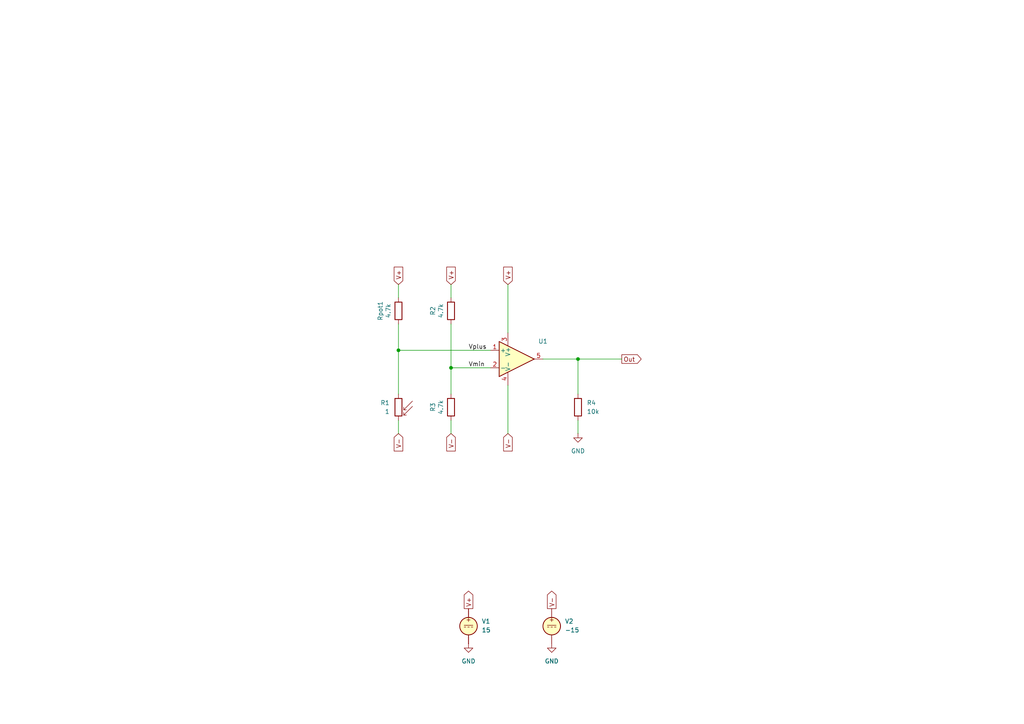
<source format=kicad_sch>
(kicad_sch (version 20250114) (generator "eeschema") (generator_version "9.0")
  (paper "A4")
  (title_block (title "OPamp, comparator") (date "2025-03-02") (company "GitHub/OJStuff"))
  (lib_symbols
    (symbol "Device:R" (pin_numbers (hide yes)) (pin_names (offset 0))
      (property "Reference" "R" (at 2.032 0 90))
      (property "Value" "R" (at 0 0 90))
      (symbol "R_0_1"
        (rectangle (start -1.016 -2.54) (end 1.016 2.54) (stroke (width 0.254)))
      )
      (symbol "R_1_1"
        (pin passive line (at 0 3.81 270) (length 1.27) (name "~") (number "1"))
        (pin passive line (at 0 -3.81 90) (length 1.27) (name "~") (number "2"))
      )
    )
    (symbol "OPAMP_1" (pin_names (offset 0.254))
      (property "Reference" "U" (at 3.81 3.175 0))
      (property "Value" "${SIM.PARAMS}" (at 3.81 -3.175 0))
      (symbol "OPAMP_1_0_1"
        (polyline (pts (xy 5.08 0) (xy -5.08 5.08) (xy -5.08 -5.08) (xy 5.08 0)) (stroke (width 0.254)) (fill (type background)))
      )
      (symbol "OPAMP_1_1_1"
        (pin input line (at -7.62 2.54 0) (length 2.54) (name "+") (number "1"))
        (pin input line (at -7.62 -2.54 0) (length 2.54) (name "-") (number "2"))
        (pin power_in line (at -2.54 7.62 270) (length 3.81) (name "V+") (number "3"))
        (pin power_in line (at -2.54 -7.62 90) (length 3.81) (name "V-") (number "4"))
        (pin output line (at 7.62 0 180) (length 2.54) (name "~") (number "5"))
      )
    )
    (symbol "Sensor_Optical:LDR03" (pin_numbers (hide yes)) (pin_names (offset 0))
      (property "Reference" "R" (at -5.08 0 90))
      (property "Value" "LDR03" (at 1.905 0 90))
      (symbol "LDR03_0_1"
        (polyline (pts (xy -1.524 -0.762) (xy -4.064 1.778)))
        (polyline (pts (xy -1.524 -0.762) (xy -2.286 -0.762)))
        (polyline (pts (xy -1.524 -0.762) (xy -1.524 0)))
        (polyline (pts (xy -1.524 -2.286) (xy -4.064 0.254)))
        (polyline (pts (xy -1.524 -2.286) (xy -2.286 -2.286)))
        (polyline (pts (xy -1.524 -2.286) (xy -1.524 -1.524)))
        (rectangle (start -1.016 2.54) (end 1.016 -2.54) (stroke (width 0.254)))
      )
      (symbol "LDR03_1_1"
        (pin passive line (at 0 3.81 270) (length 1.27) (name "~") (number "1"))
        (pin passive line (at 0 -3.81 90) (length 1.27) (name "~") (number "2"))
      )
    )
    (symbol "VDC_1" (pin_numbers (hide yes)) (pin_names (offset 0.0254))
      (property "Reference" "V" (at 2.54 2.54 0))
      (property "Value" "1" (at 2.54 0 0))
      (symbol "VDC_1_0_0"
        (polyline (pts (xy -1.27 0.254) (xy 1.27 0.254)))
        (polyline (pts (xy -0.762 -0.254) (xy -1.27 -0.254)))
        (polyline (pts (xy 0.254 -0.254) (xy -0.254 -0.254)))
        (polyline (pts (xy 1.27 -0.254) (xy 0.762 -0.254)))
        (text "+" (at 0 1.905 0) (effects (font (size 1.27 1.27))))
      )
      (symbol "VDC_1_0_1"
        (circle (center 0 0) (radius 2.54) (stroke (width 0.254)) (fill (type background)))
      )
      (symbol "VDC_1_1_1"
        (pin passive line (at 0 5.08 270) (length 2.54) (name "~") (number "1"))
        (pin passive line (at 0 -5.08 90) (length 2.54) (name "~") (number "2"))
      )
    )
    (symbol "power:GND" (power) (pin_numbers (hide yes)) (pin_names (offset 0) (hide yes))
      (property "Value" "GND" (at 0 -3.81 0))
      (symbol "GND_0_1"
        (polyline (pts (xy 0 0) (xy 0 -1.27) (xy 1.27 -1.27) (xy 0 -2.54) (xy -1.27 -1.27) (xy 0 -1.27)))
      )
      (symbol "GND_1_1"
        (pin power_in line (at 0 0 270) (length 0) (name "~") (number "1"))
      )
    )
  )
  (junction (at 115.57 101.6))
  (junction (at 130.81 106.68))
  (junction (at 167.64 104.14))
  (wire (pts (xy 167.64 104.14) (xy 180.34 104.14)))
  (wire (pts (xy 157.48 104.14) (xy 167.64 104.14)))
  (wire (pts (xy 167.64 104.14) (xy 167.64 114.3)))
  (wire (pts (xy 147.32 82.55) (xy 147.32 96.52)))
  (wire (pts (xy 115.57 82.55) (xy 115.57 86.36)))
  (wire (pts (xy 115.57 101.6) (xy 142.24 101.6)))
  (wire (pts (xy 147.32 125.73) (xy 147.32 111.76)))
  (wire (pts (xy 130.81 106.68) (xy 142.24 106.68)))
  (wire (pts (xy 115.57 121.92) (xy 115.57 125.73)))
  (wire (pts (xy 115.57 93.98) (xy 115.57 101.6)))
  (wire (pts (xy 115.57 101.6) (xy 115.57 114.3)))
  (wire (pts (xy 130.81 121.92) (xy 130.81 125.73)))
  (wire (pts (xy 130.81 82.55) (xy 130.81 86.36)))
  (wire (pts (xy 130.81 93.98) (xy 130.81 106.68)))
  (wire (pts (xy 167.64 121.92) (xy 167.64 125.73)))
  (wire (pts (xy 130.81 106.68) (xy 130.81 114.3)))
  (label "Vmin" (at 135.89 106.68 0))
  (label "Vplus" (at 135.89 101.6 0))
  (global_label "V-" (shape input) (at 130.81 125.73 270) (property "Intersheetrefs" "${INTERSHEET_REFS}" (effects (hide yes))))
  (global_label "V+" (shape input) (at 130.81 82.55 90) (property "Intersheetrefs" "${INTERSHEET_REFS}" (effects (hide yes))))
  (global_label "V-" (shape input) (at 115.57 125.73 270) (property "Intersheetrefs" "${INTERSHEET_REFS}" (effects (hide yes))))
  (global_label "V+" (shape output) (at 135.89 176.53 90) (property "Intersheetrefs" "${INTERSHEET_REFS}" (effects (hide yes))))
  (global_label "V-" (shape output) (at 160.02 176.53 90) (property "Intersheetrefs" "${INTERSHEET_REFS}" (effects (hide yes))))
  (global_label "V+" (shape input) (at 115.57 82.55 90) (property "Intersheetrefs" "${INTERSHEET_REFS}" (effects (hide yes))))
  (global_label "V-" (shape input) (at 147.32 125.73 270) (property "Intersheetrefs" "${INTERSHEET_REFS}" (effects (hide yes))))
  (global_label "V+" (shape input) (at 147.32 82.55 90) (property "Intersheetrefs" "${INTERSHEET_REFS}" (effects (hide yes))))
  (global_label "Out" (shape output) (at 180.34 104.14 0) (property "Intersheetrefs" "${INTERSHEET_REFS}" (effects (hide yes))))
  (symbol (lib_id "power:GND") (at 160.02 186.69 0) (unit 1)
    (property "Reference" "#PWR02" (effects (hide yes)))
    (property "Value" "GND" (at 160.02 191.77 0))
    (property "Description" "Power symbol creates a global label with name \"GND\" , ground" (effects (hide yes)))
  )
  (symbol (lib_id "Device:R") (at 167.64 118.11 0) (unit 1)
    (property "Reference" "R4" (at 170.18 116.8399 0) (effects (justify left)))
    (property "Value" "10k" (at 170.18 119.3799 0) (effects (justify left)))
    (property "Description" "Resistor" (effects (hide yes)))
  )
  (symbol (lib_id "Device:R") (at 115.57 90.17 0) (unit 1)
    (property "Reference" "Rpot1" (at 110.3122 90.17 90))
    (property "Value" "4.7k" (at 112.6236 90.17 90))
  )
  (symbol (lib_id "Device:R") (at 130.81 90.17 0) (unit 1)
    (property "Reference" "R2" (at 125.5522 90.17 90))
    (property "Value" "4.7k" (at 127.8636 90.17 90))
  )
  (symbol (lib_id "Sensor_Optical:LDR03") (at 115.57 118.11 0) (mirror y) (unit 1)
    (property "Reference" "R1" (at 113.03 116.8399 0) (effects (justify left)))
    (property "Value" "1" (at 113.03 119.3799 0) (effects (justify left)))
    (property "Footprint" "OptoDevice:R_LDR_10x8.5mm_P7.6mm_Vertical" (effects (hide yes)))
    (property "Datasheet" "http://www.elektronica-componenten.nl/WebRoot/StoreNL/Shops/61422969/54F1/BA0C/C664/31B9/2173/C0A8/2AB9/2AEF/LDR03IMP.pdf" (effects (hide yes)))
    (property "Description" "light dependent resistor" (effects (hide yes)))
  )
  (symbol (lib_id "power:GND") (at 167.64 125.73 0) (unit 1)
    (property "Reference" "#PWR03" (effects (hide yes)))
    (property "Value" "GND" (at 167.64 130.81 0))
    (property "Description" "Power symbol creates a global label with name \"GND\" , ground" (effects (hide yes)))
  )
  (symbol (lib_name "VDC_1") (lib_id "Simulation_SPICE:VDC") (at 135.89 181.61 0) (unit 1)
    (property "Reference" "V1" (at 139.7 180.2101 0) (effects (justify left)))
    (property "Value" "15" (at 139.7 182.7501 0) (effects (justify left)))
    (property "Datasheet" "https://ngspice.sourceforge.io/docs/ngspice-html-manual/manual.xhtml#sec_Independent_Sources_for" (effects (hide yes)))
    (property "Description" "Voltage source, DC" (effects (hide yes)))
    (property "Sim.Pins" "1=+ 2=-" (effects (hide yes)))
    (property "Sim.Type" "DC" (effects (hide yes)))
    (property "Sim.Device" "V" (effects (hide yes)))
  )
  (symbol (lib_id "power:GND") (at 135.89 186.69 0) (unit 1)
    (property "Reference" "#PWR01" (effects (hide yes)))
    (property "Value" "GND" (at 135.89 191.77 0))
    (property "Description" "Power symbol creates a global label with name \"GND\" , ground" (effects (hide yes)))
  )
  (symbol (lib_id "Device:R") (at 130.81 118.11 0) (unit 1)
    (property "Reference" "R3" (at 125.5522 118.11 90))
    (property "Value" "4.7k" (at 127.8636 118.11 90))
  )
  (symbol (lib_name "OPAMP_1") (lib_id "Simulation_SPICE:OPAMP") (at 149.86 104.14 0) (unit 1)
    (property "Reference" "U1" (at 157.48 98.9898 0))
    (property "Value" "${SIM.PARAMS}" (at 157.48 100.8949 0))
    (property "Datasheet" "https://ngspice.sourceforge.io/docs/ngspice-html-manual/manual.xhtml#sec__SUBCKT_Subcircuits" (effects (hide yes)))
    (property "Description" "Operational amplifier, single" (effects (hide yes)))
    (property "Sim.Pins" "1=in+ 2=in- 3=vcc 4=vee 5=out" (effects (hide yes)))
    (property "Sim.Device" "SUBCKT" (effects (hide yes)))
    (property "Sim.Library" "${KICAD8_SYMBOL_DIR}/Simulation_SPICE.sp" (effects (hide yes)))
    (property "Sim.Name" "kicad_builtin_opamp" (effects (hide yes)))
  )
  (symbol (lib_name "VDC_1") (lib_id "Simulation_SPICE:VDC") (at 160.02 181.61 0) (unit 1)
    (property "Reference" "V2" (at 163.83 180.2101 0) (effects (justify left)))
    (property "Value" "-15" (at 163.83 182.7501 0) (effects (justify left)))
    (property "Datasheet" "https://ngspice.sourceforge.io/docs/ngspice-html-manual/manual.xhtml#sec_Independent_Sources_for" (effects (hide yes)))
    (property "Description" "Voltage source, DC" (effects (hide yes)))
    (property "Sim.Pins" "1=+ 2=-" (effects (hide yes)))
    (property "Sim.Type" "DC" (effects (hide yes)))
    (property "Sim.Device" "V" (effects (hide yes)))
  )
)
</source>
